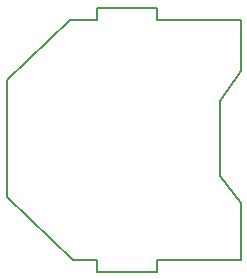
<source format=gbo>
G75*
%MOIN*%
%OFA0B0*%
%FSLAX25Y25*%
%IPPOS*%
%LPD*%
%AMOC8*
5,1,8,0,0,1.08239X$1,22.5*
%
%ADD10C,0.00500*%
D10*
X0236000Y0082000D02*
X0236000Y0121000D01*
X0257000Y0141000D01*
X0266000Y0141000D01*
X0266000Y0145000D01*
X0286000Y0145000D01*
X0286000Y0141000D01*
X0314000Y0141000D01*
X0314000Y0124000D01*
X0307000Y0114000D01*
X0307000Y0089000D01*
X0314000Y0080000D01*
X0314000Y0061000D01*
X0286000Y0061000D01*
X0286000Y0057000D01*
X0266000Y0057000D01*
X0266000Y0061000D01*
X0258000Y0061000D01*
X0236000Y0082000D01*
M02*

</source>
